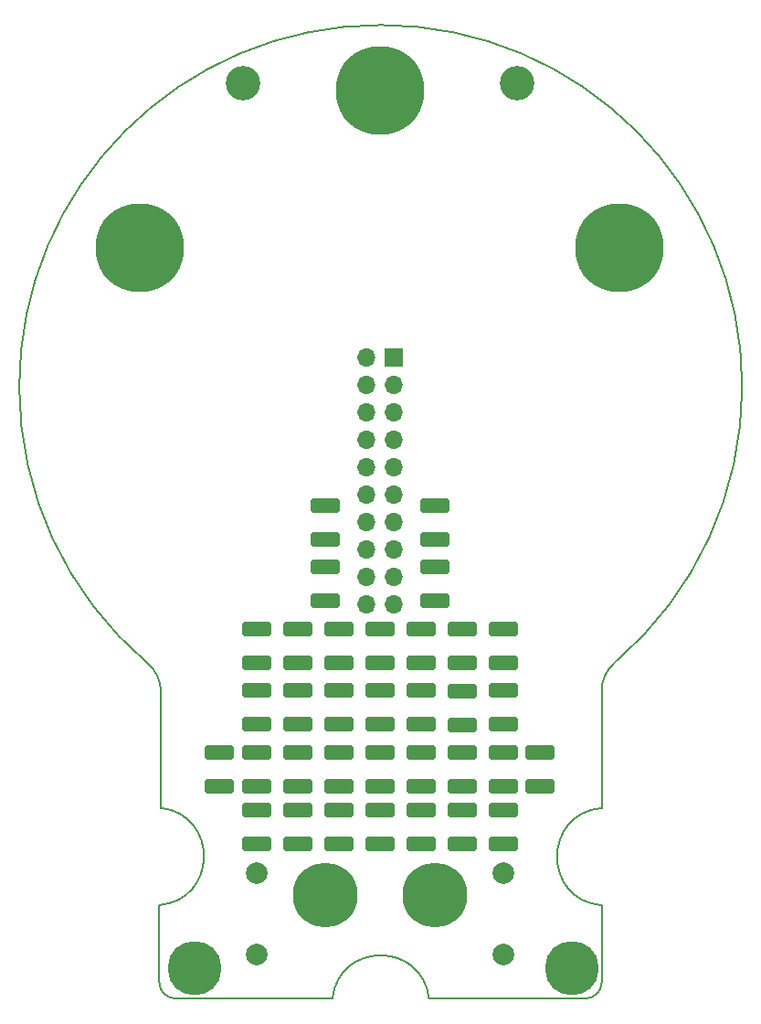
<source format=gbr>
%TF.GenerationSoftware,KiCad,Pcbnew,7.0.1*%
%TF.CreationDate,2023-12-14T23:22:25+03:00*%
%TF.ProjectId,_______ _____,21383b3e-3230-44f2-903f-3b3042302e6b,rev?*%
%TF.SameCoordinates,Original*%
%TF.FileFunction,Soldermask,Bot*%
%TF.FilePolarity,Negative*%
%FSLAX46Y46*%
G04 Gerber Fmt 4.6, Leading zero omitted, Abs format (unit mm)*
G04 Created by KiCad (PCBNEW 7.0.1) date 2023-12-14 23:22:25*
%MOMM*%
%LPD*%
G01*
G04 APERTURE LIST*
G04 Aperture macros list*
%AMRoundRect*
0 Rectangle with rounded corners*
0 $1 Rounding radius*
0 $2 $3 $4 $5 $6 $7 $8 $9 X,Y pos of 4 corners*
0 Add a 4 corners polygon primitive as box body*
4,1,4,$2,$3,$4,$5,$6,$7,$8,$9,$2,$3,0*
0 Add four circle primitives for the rounded corners*
1,1,$1+$1,$2,$3*
1,1,$1+$1,$4,$5*
1,1,$1+$1,$6,$7*
1,1,$1+$1,$8,$9*
0 Add four rect primitives between the rounded corners*
20,1,$1+$1,$2,$3,$4,$5,0*
20,1,$1+$1,$4,$5,$6,$7,0*
20,1,$1+$1,$6,$7,$8,$9,0*
20,1,$1+$1,$8,$9,$2,$3,0*%
G04 Aperture macros list end*
%ADD10C,8.200000*%
%ADD11C,6.000000*%
%ADD12R,1.700000X1.700000*%
%ADD13O,1.700000X1.700000*%
%ADD14C,2.000000*%
%ADD15C,3.200000*%
%ADD16C,5.000000*%
%ADD17RoundRect,0.250000X-1.100000X0.412500X-1.100000X-0.412500X1.100000X-0.412500X1.100000X0.412500X0*%
%ADD18RoundRect,0.250000X1.100000X-0.412500X1.100000X0.412500X-1.100000X0.412500X-1.100000X-0.412500X0*%
%TA.AperFunction,Profile*%
%ADD19C,0.200000*%
%TD*%
G04 APERTURE END LIST*
D10*
%TO.C,J7*%
X123562000Y-52583000D03*
%TD*%
%TO.C,J5*%
X168012000Y-52583000D03*
%TD*%
D11*
%TO.C,J3*%
X140707000Y-112543000D03*
%TD*%
D12*
%TO.C,J4*%
X147057000Y-62743000D03*
D13*
X144517000Y-62743000D03*
X147057000Y-65283000D03*
X144517000Y-65283000D03*
X147057000Y-67823000D03*
X144517000Y-67823000D03*
X147057000Y-70363000D03*
X144517000Y-70363000D03*
X147057000Y-72903000D03*
X144517000Y-72903000D03*
X147057000Y-75443000D03*
X144517000Y-75443000D03*
X147057000Y-77983000D03*
X144517000Y-77983000D03*
X147057000Y-80523000D03*
X144517000Y-80523000D03*
X147057000Y-83063000D03*
X144517000Y-83063000D03*
X147057000Y-85603000D03*
X144517000Y-85603000D03*
%TD*%
D10*
%TO.C,J6*%
X145787000Y-37978000D03*
%TD*%
D14*
%TO.C,C7*%
X157217000Y-117998000D03*
X157217000Y-110498000D03*
%TD*%
D11*
%TO.C,J2*%
X150867000Y-112543000D03*
%TD*%
D15*
%TO.C,H1*%
X158487000Y-37343000D03*
%TD*%
D16*
%TO.C,H3*%
X128642000Y-119258000D03*
%TD*%
D14*
%TO.C,C8*%
X134357000Y-110498000D03*
X134357000Y-117998000D03*
%TD*%
D15*
%TO.C,H2*%
X133087000Y-37343000D03*
%TD*%
D16*
%TO.C,H4*%
X163567000Y-119258000D03*
%TD*%
D17*
%TO.C,C41*%
X141977000Y-87850500D03*
X141977000Y-90975500D03*
%TD*%
D18*
%TO.C,C37*%
X149597000Y-96690500D03*
X149597000Y-93565500D03*
%TD*%
D17*
%TO.C,C25*%
X160646000Y-99280500D03*
X160646000Y-102405500D03*
%TD*%
D18*
%TO.C,C44*%
X145787000Y-96690500D03*
X145787000Y-93565500D03*
%TD*%
D17*
%TO.C,C32*%
X149597000Y-87850500D03*
X149597000Y-90975500D03*
%TD*%
D18*
%TO.C,C18*%
X134357000Y-96690500D03*
X134357000Y-93565500D03*
%TD*%
D17*
%TO.C,C5*%
X134357000Y-99280500D03*
X134357000Y-102405500D03*
%TD*%
D18*
%TO.C,C26*%
X153407000Y-107778000D03*
X153407000Y-104653000D03*
%TD*%
D17*
%TO.C,C4*%
X130928000Y-99280500D03*
X130928000Y-102405500D03*
%TD*%
D18*
%TO.C,C15*%
X134357000Y-107728000D03*
X134357000Y-104603000D03*
%TD*%
D17*
%TO.C,C40*%
X153407000Y-87850500D03*
X153407000Y-90975500D03*
%TD*%
%TO.C,C29*%
X157217000Y-99280500D03*
X157217000Y-102405500D03*
%TD*%
%TO.C,C30*%
X153407000Y-99280500D03*
X153407000Y-102405500D03*
%TD*%
%TO.C,C6*%
X150867000Y-82135500D03*
X150867000Y-85260500D03*
%TD*%
D18*
%TO.C,C14*%
X157217000Y-107728000D03*
X157217000Y-104603000D03*
%TD*%
%TO.C,C2*%
X157217000Y-96690500D03*
X157217000Y-93565500D03*
%TD*%
D17*
%TO.C,C9*%
X140707000Y-82135500D03*
X140707000Y-85260500D03*
%TD*%
D18*
%TO.C,C28*%
X141977000Y-107728000D03*
X141977000Y-104603000D03*
%TD*%
%TO.C,C3*%
X145787000Y-107778000D03*
X145787000Y-104653000D03*
%TD*%
D17*
%TO.C,C23*%
X141977000Y-99280500D03*
X141977000Y-102405500D03*
%TD*%
D18*
%TO.C,C22*%
X140707000Y-79545500D03*
X140707000Y-76420500D03*
%TD*%
D17*
%TO.C,C43*%
X145787000Y-87850500D03*
X145787000Y-90975500D03*
%TD*%
D18*
%TO.C,C17*%
X138167000Y-96690500D03*
X138167000Y-93565500D03*
%TD*%
D17*
%TO.C,C19*%
X149597000Y-99280500D03*
X149597000Y-102405500D03*
%TD*%
%TO.C,C36*%
X145787000Y-99280500D03*
X145787000Y-102405500D03*
%TD*%
D18*
%TO.C,C11*%
X141977000Y-96690500D03*
X141977000Y-93565500D03*
%TD*%
D17*
%TO.C,C38*%
X157217000Y-87850500D03*
X157217000Y-90975500D03*
%TD*%
%TO.C,C33*%
X138167000Y-87850500D03*
X138167000Y-90975500D03*
%TD*%
%TO.C,C34*%
X134357000Y-87850500D03*
X134357000Y-90975500D03*
%TD*%
D18*
%TO.C,C42*%
X138167000Y-107728000D03*
X138167000Y-104603000D03*
%TD*%
%TO.C,C31*%
X153407000Y-96740500D03*
X153407000Y-93615500D03*
%TD*%
%TO.C,C16*%
X150867000Y-79545500D03*
X150867000Y-76420500D03*
%TD*%
%TO.C,C27*%
X149597000Y-107778000D03*
X149597000Y-104653000D03*
%TD*%
D17*
%TO.C,C24*%
X138167000Y-99280500D03*
X138167000Y-102405500D03*
%TD*%
D19*
X126847517Y-122086374D02*
X141398465Y-122083355D01*
X150342190Y-122084556D02*
G75*
G03*
X141398465Y-122083355I-4471930J-501814D01*
G01*
X166347072Y-104451099D02*
G75*
G03*
X166347073Y-113449221I389848J-4499061D01*
G01*
X164847517Y-122086517D02*
G75*
G03*
X166347517Y-120586503I-17J1500017D01*
G01*
X166347073Y-113449222D02*
X166347517Y-120586503D01*
X167579138Y-90948252D02*
G75*
G03*
X179370262Y-65434046I-21708888J25514212D01*
G01*
X125509571Y-93716347D02*
G75*
G03*
X124267370Y-91038052I-3504871J1647D01*
G01*
X125347517Y-120586374D02*
X125347517Y-113433715D01*
X125347517Y-113433715D02*
G75*
G03*
X125509619Y-104435721I-384537J4507385D01*
G01*
X125347526Y-120586374D02*
G75*
G03*
X126847517Y-122086374I1499974J-26D01*
G01*
X167579165Y-90948283D02*
G75*
G03*
X166347073Y-93614254I2268335J-2666017D01*
G01*
X166347073Y-93614254D02*
X166347073Y-104451107D01*
X125509619Y-93716347D02*
X125509619Y-104435720D01*
X112370266Y-65434046D02*
G75*
G03*
X124267371Y-91038050I33499954J-24D01*
G01*
X179370262Y-65434046D02*
G75*
G03*
X112370262Y-65434046I-33500000J0D01*
G01*
X150342194Y-122084556D02*
X164847517Y-122086503D01*
M02*

</source>
